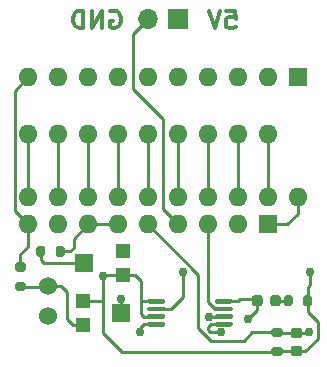
<source format=gbr>
%TF.GenerationSoftware,KiCad,Pcbnew,(5.1.9)-1*%
%TF.CreationDate,2021-06-15T19:55:56-04:00*%
%TF.ProjectId,uVU,7556552e-6b69-4636-9164-5f7063625858,rev?*%
%TF.SameCoordinates,Original*%
%TF.FileFunction,Copper,L2,Bot*%
%TF.FilePolarity,Positive*%
%FSLAX46Y46*%
G04 Gerber Fmt 4.6, Leading zero omitted, Abs format (unit mm)*
G04 Created by KiCad (PCBNEW (5.1.9)-1) date 2021-06-15 19:55:56*
%MOMM*%
%LPD*%
G01*
G04 APERTURE LIST*
%TA.AperFunction,NonConductor*%
%ADD10C,0.300000*%
%TD*%
%TA.AperFunction,ComponentPad*%
%ADD11O,1.600000X1.600000*%
%TD*%
%TA.AperFunction,ComponentPad*%
%ADD12R,1.600000X1.600000*%
%TD*%
%TA.AperFunction,SMDPad,CuDef*%
%ADD13R,1.500000X1.600000*%
%TD*%
%TA.AperFunction,SMDPad,CuDef*%
%ADD14R,1.200000X1.200000*%
%TD*%
%TA.AperFunction,ComponentPad*%
%ADD15C,1.524000*%
%TD*%
%TA.AperFunction,ComponentPad*%
%ADD16O,1.700000X1.700000*%
%TD*%
%TA.AperFunction,ComponentPad*%
%ADD17R,1.700000X1.700000*%
%TD*%
%TA.AperFunction,ViaPad*%
%ADD18C,0.762000*%
%TD*%
%TA.AperFunction,Conductor*%
%ADD19C,0.254000*%
%TD*%
%TA.AperFunction,Conductor*%
%ADD20C,0.250000*%
%TD*%
G04 APERTURE END LIST*
D10*
X95027714Y-71568571D02*
X95742000Y-71568571D01*
X95813428Y-72282857D01*
X95742000Y-72211428D01*
X95599142Y-72140000D01*
X95242000Y-72140000D01*
X95099142Y-72211428D01*
X95027714Y-72282857D01*
X94956285Y-72425714D01*
X94956285Y-72782857D01*
X95027714Y-72925714D01*
X95099142Y-72997142D01*
X95242000Y-73068571D01*
X95599142Y-73068571D01*
X95742000Y-72997142D01*
X95813428Y-72925714D01*
X94527714Y-71568571D02*
X94027714Y-73068571D01*
X93527714Y-71568571D01*
X85216857Y-71640000D02*
X85359714Y-71568571D01*
X85574000Y-71568571D01*
X85788285Y-71640000D01*
X85931142Y-71782857D01*
X86002571Y-71925714D01*
X86074000Y-72211428D01*
X86074000Y-72425714D01*
X86002571Y-72711428D01*
X85931142Y-72854285D01*
X85788285Y-72997142D01*
X85574000Y-73068571D01*
X85431142Y-73068571D01*
X85216857Y-72997142D01*
X85145428Y-72925714D01*
X85145428Y-72425714D01*
X85431142Y-72425714D01*
X84502571Y-73068571D02*
X84502571Y-71568571D01*
X83645428Y-73068571D01*
X83645428Y-71568571D01*
X82931142Y-73068571D02*
X82931142Y-71568571D01*
X82574000Y-71568571D01*
X82359714Y-71640000D01*
X82216857Y-71782857D01*
X82145428Y-71925714D01*
X82074000Y-72211428D01*
X82074000Y-72425714D01*
X82145428Y-72711428D01*
X82216857Y-72854285D01*
X82359714Y-72997142D01*
X82574000Y-73068571D01*
X82931142Y-73068571D01*
%TO.P,R3,2*%
%TO.N,GND*%
%TA.AperFunction,SMDPad,CuDef*%
G36*
G01*
X99039000Y-100056500D02*
X99589000Y-100056500D01*
G75*
G02*
X99789000Y-100256500I0J-200000D01*
G01*
X99789000Y-100656500D01*
G75*
G02*
X99589000Y-100856500I-200000J0D01*
G01*
X99039000Y-100856500D01*
G75*
G02*
X98839000Y-100656500I0J200000D01*
G01*
X98839000Y-100256500D01*
G75*
G02*
X99039000Y-100056500I200000J0D01*
G01*
G37*
%TD.AperFunction*%
%TO.P,R3,1*%
%TO.N,/Vsig*%
%TA.AperFunction,SMDPad,CuDef*%
G36*
G01*
X99039000Y-98406500D02*
X99589000Y-98406500D01*
G75*
G02*
X99789000Y-98606500I0J-200000D01*
G01*
X99789000Y-99006500D01*
G75*
G02*
X99589000Y-99206500I-200000J0D01*
G01*
X99039000Y-99206500D01*
G75*
G02*
X98839000Y-99006500I0J200000D01*
G01*
X98839000Y-98606500D01*
G75*
G02*
X99039000Y-98406500I200000J0D01*
G01*
G37*
%TD.AperFunction*%
%TD*%
%TO.P,C6,2*%
%TO.N,GND*%
%TA.AperFunction,SMDPad,CuDef*%
G36*
G01*
X100715000Y-99956500D02*
X101215000Y-99956500D01*
G75*
G02*
X101440000Y-100181500I0J-225000D01*
G01*
X101440000Y-100631500D01*
G75*
G02*
X101215000Y-100856500I-225000J0D01*
G01*
X100715000Y-100856500D01*
G75*
G02*
X100490000Y-100631500I0J225000D01*
G01*
X100490000Y-100181500D01*
G75*
G02*
X100715000Y-99956500I225000J0D01*
G01*
G37*
%TD.AperFunction*%
%TO.P,C6,1*%
%TO.N,/Vsig*%
%TA.AperFunction,SMDPad,CuDef*%
G36*
G01*
X100715000Y-98406500D02*
X101215000Y-98406500D01*
G75*
G02*
X101440000Y-98631500I0J-225000D01*
G01*
X101440000Y-99081500D01*
G75*
G02*
X101215000Y-99306500I-225000J0D01*
G01*
X100715000Y-99306500D01*
G75*
G02*
X100490000Y-99081500I0J225000D01*
G01*
X100490000Y-98631500D01*
G75*
G02*
X100715000Y-98406500I225000J0D01*
G01*
G37*
%TD.AperFunction*%
%TD*%
D11*
%TO.P,U2,18*%
%TO.N,Net-(D1-Pad19)*%
X98552000Y-82042000D03*
%TO.P,U2,9*%
%TO.N,+5V*%
X78232000Y-89662000D03*
%TO.P,U2,17*%
%TO.N,Net-(D1-Pad18)*%
X96012000Y-82042000D03*
%TO.P,U2,8*%
%TO.N,GND*%
X80772000Y-89662000D03*
%TO.P,U2,16*%
%TO.N,Net-(D1-Pad17)*%
X93472000Y-82042000D03*
%TO.P,U2,7*%
%TO.N,Net-(R4-Pad1)*%
X83312000Y-89662000D03*
%TO.P,U2,15*%
%TO.N,Net-(D1-Pad16)*%
X90932000Y-82042000D03*
%TO.P,U2,6*%
%TO.N,Net-(R4-Pad1)*%
X85852000Y-89662000D03*
%TO.P,U2,14*%
%TO.N,Net-(D1-Pad15)*%
X88392000Y-82042000D03*
%TO.P,U2,5*%
%TO.N,/Vsig*%
X88392000Y-89662000D03*
%TO.P,U2,13*%
%TO.N,Net-(D1-Pad14)*%
X85852000Y-82042000D03*
%TO.P,U2,4*%
%TO.N,GND*%
X90932000Y-89662000D03*
%TO.P,U2,12*%
%TO.N,Net-(D1-Pad13)*%
X83312000Y-82042000D03*
%TO.P,U2,3*%
%TO.N,+5V*%
X93472000Y-89662000D03*
%TO.P,U2,11*%
%TO.N,Net-(D1-Pad12)*%
X80772000Y-82042000D03*
%TO.P,U2,2*%
%TO.N,GND*%
X96012000Y-89662000D03*
%TO.P,U2,10*%
%TO.N,Net-(D1-Pad11)*%
X78232000Y-82042000D03*
D12*
%TO.P,U2,1*%
%TO.N,Net-(D1-Pad20)*%
X98552000Y-89662000D03*
%TD*%
%TO.P,U1,8*%
%TO.N,Net-(C3-Pad2)*%
%TA.AperFunction,SMDPad,CuDef*%
G36*
G01*
X94073000Y-98230000D02*
X94073000Y-98030000D01*
G75*
G02*
X94173000Y-97930000I100000J0D01*
G01*
X95448000Y-97930000D01*
G75*
G02*
X95548000Y-98030000I0J-100000D01*
G01*
X95548000Y-98230000D01*
G75*
G02*
X95448000Y-98330000I-100000J0D01*
G01*
X94173000Y-98330000D01*
G75*
G02*
X94073000Y-98230000I0J100000D01*
G01*
G37*
%TD.AperFunction*%
%TO.P,U1,7*%
%TO.N,Net-(C2-Pad1)*%
%TA.AperFunction,SMDPad,CuDef*%
G36*
G01*
X94073000Y-97580000D02*
X94073000Y-97380000D01*
G75*
G02*
X94173000Y-97280000I100000J0D01*
G01*
X95448000Y-97280000D01*
G75*
G02*
X95548000Y-97380000I0J-100000D01*
G01*
X95548000Y-97580000D01*
G75*
G02*
X95448000Y-97680000I-100000J0D01*
G01*
X94173000Y-97680000D01*
G75*
G02*
X94073000Y-97580000I0J100000D01*
G01*
G37*
%TD.AperFunction*%
%TO.P,U1,6*%
%TO.N,+5V*%
%TA.AperFunction,SMDPad,CuDef*%
G36*
G01*
X94073000Y-96930000D02*
X94073000Y-96730000D01*
G75*
G02*
X94173000Y-96630000I100000J0D01*
G01*
X95448000Y-96630000D01*
G75*
G02*
X95548000Y-96730000I0J-100000D01*
G01*
X95548000Y-96930000D01*
G75*
G02*
X95448000Y-97030000I-100000J0D01*
G01*
X94173000Y-97030000D01*
G75*
G02*
X94073000Y-96930000I0J100000D01*
G01*
G37*
%TD.AperFunction*%
%TO.P,U1,5*%
%TO.N,Net-(C4-Pad1)*%
%TA.AperFunction,SMDPad,CuDef*%
G36*
G01*
X94073000Y-96280000D02*
X94073000Y-96080000D01*
G75*
G02*
X94173000Y-95980000I100000J0D01*
G01*
X95448000Y-95980000D01*
G75*
G02*
X95548000Y-96080000I0J-100000D01*
G01*
X95548000Y-96280000D01*
G75*
G02*
X95448000Y-96380000I-100000J0D01*
G01*
X94173000Y-96380000D01*
G75*
G02*
X94073000Y-96280000I0J100000D01*
G01*
G37*
%TD.AperFunction*%
%TO.P,U1,4*%
%TO.N,GND*%
%TA.AperFunction,SMDPad,CuDef*%
G36*
G01*
X88348000Y-96280000D02*
X88348000Y-96080000D01*
G75*
G02*
X88448000Y-95980000I100000J0D01*
G01*
X89723000Y-95980000D01*
G75*
G02*
X89823000Y-96080000I0J-100000D01*
G01*
X89823000Y-96280000D01*
G75*
G02*
X89723000Y-96380000I-100000J0D01*
G01*
X88448000Y-96380000D01*
G75*
G02*
X88348000Y-96280000I0J100000D01*
G01*
G37*
%TD.AperFunction*%
%TO.P,U1,3*%
%TO.N,Net-(C1-Pad2)*%
%TA.AperFunction,SMDPad,CuDef*%
G36*
G01*
X88348000Y-96930000D02*
X88348000Y-96730000D01*
G75*
G02*
X88448000Y-96630000I100000J0D01*
G01*
X89723000Y-96630000D01*
G75*
G02*
X89823000Y-96730000I0J-100000D01*
G01*
X89823000Y-96930000D01*
G75*
G02*
X89723000Y-97030000I-100000J0D01*
G01*
X88448000Y-97030000D01*
G75*
G02*
X88348000Y-96930000I0J100000D01*
G01*
G37*
%TD.AperFunction*%
%TO.P,U1,2*%
%TO.N,GND*%
%TA.AperFunction,SMDPad,CuDef*%
G36*
G01*
X88348000Y-97580000D02*
X88348000Y-97380000D01*
G75*
G02*
X88448000Y-97280000I100000J0D01*
G01*
X89723000Y-97280000D01*
G75*
G02*
X89823000Y-97380000I0J-100000D01*
G01*
X89823000Y-97580000D01*
G75*
G02*
X89723000Y-97680000I-100000J0D01*
G01*
X88448000Y-97680000D01*
G75*
G02*
X88348000Y-97580000I0J100000D01*
G01*
G37*
%TD.AperFunction*%
%TO.P,U1,1*%
%TO.N,Net-(C3-Pad1)*%
%TA.AperFunction,SMDPad,CuDef*%
G36*
G01*
X88348000Y-98230000D02*
X88348000Y-98030000D01*
G75*
G02*
X88448000Y-97930000I100000J0D01*
G01*
X89723000Y-97930000D01*
G75*
G02*
X89823000Y-98030000I0J-100000D01*
G01*
X89823000Y-98230000D01*
G75*
G02*
X89723000Y-98330000I-100000J0D01*
G01*
X88448000Y-98330000D01*
G75*
G02*
X88348000Y-98230000I0J100000D01*
G01*
G37*
%TD.AperFunction*%
%TD*%
D13*
%TO.P,RV2,2*%
%TO.N,Net-(R4-Pad2)*%
X83005000Y-92964000D03*
D14*
%TO.P,RV2,3*%
%TO.N,GND*%
X86255000Y-93964000D03*
%TO.P,RV2,1*%
%TO.N,Net-(RV2-Pad1)*%
X86255000Y-91964000D03*
%TD*%
D13*
%TO.P,RV1,2*%
%TO.N,Net-(C1-Pad1)*%
X86106000Y-97155000D03*
D14*
%TO.P,RV1,3*%
%TO.N,GND*%
X82856000Y-96155000D03*
%TO.P,RV1,1*%
%TO.N,Net-(MK1-Pad2)*%
X82856000Y-98155000D03*
%TD*%
%TO.P,R4,2*%
%TO.N,Net-(R4-Pad2)*%
%TA.AperFunction,SMDPad,CuDef*%
G36*
G01*
X79712000Y-91673000D02*
X79712000Y-92223000D01*
G75*
G02*
X79512000Y-92423000I-200000J0D01*
G01*
X79112000Y-92423000D01*
G75*
G02*
X78912000Y-92223000I0J200000D01*
G01*
X78912000Y-91673000D01*
G75*
G02*
X79112000Y-91473000I200000J0D01*
G01*
X79512000Y-91473000D01*
G75*
G02*
X79712000Y-91673000I0J-200000D01*
G01*
G37*
%TD.AperFunction*%
%TO.P,R4,1*%
%TO.N,Net-(R4-Pad1)*%
%TA.AperFunction,SMDPad,CuDef*%
G36*
G01*
X81362000Y-91673000D02*
X81362000Y-92223000D01*
G75*
G02*
X81162000Y-92423000I-200000J0D01*
G01*
X80762000Y-92423000D01*
G75*
G02*
X80562000Y-92223000I0J200000D01*
G01*
X80562000Y-91673000D01*
G75*
G02*
X80762000Y-91473000I200000J0D01*
G01*
X81162000Y-91473000D01*
G75*
G02*
X81362000Y-91673000I0J-200000D01*
G01*
G37*
%TD.AperFunction*%
%TD*%
%TO.P,R2,2*%
%TO.N,GND*%
%TA.AperFunction,SMDPad,CuDef*%
G36*
G01*
X101517000Y-96414000D02*
X101517000Y-95864000D01*
G75*
G02*
X101717000Y-95664000I200000J0D01*
G01*
X102117000Y-95664000D01*
G75*
G02*
X102317000Y-95864000I0J-200000D01*
G01*
X102317000Y-96414000D01*
G75*
G02*
X102117000Y-96614000I-200000J0D01*
G01*
X101717000Y-96614000D01*
G75*
G02*
X101517000Y-96414000I0J200000D01*
G01*
G37*
%TD.AperFunction*%
%TO.P,R2,1*%
%TO.N,Net-(C4-Pad2)*%
%TA.AperFunction,SMDPad,CuDef*%
G36*
G01*
X99867000Y-96414000D02*
X99867000Y-95864000D01*
G75*
G02*
X100067000Y-95664000I200000J0D01*
G01*
X100467000Y-95664000D01*
G75*
G02*
X100667000Y-95864000I0J-200000D01*
G01*
X100667000Y-96414000D01*
G75*
G02*
X100467000Y-96614000I-200000J0D01*
G01*
X100067000Y-96614000D01*
G75*
G02*
X99867000Y-96414000I0J200000D01*
G01*
G37*
%TD.AperFunction*%
%TD*%
%TO.P,R1,2*%
%TO.N,Net-(MK1-Pad2)*%
%TA.AperFunction,SMDPad,CuDef*%
G36*
G01*
X77322000Y-94532000D02*
X77872000Y-94532000D01*
G75*
G02*
X78072000Y-94732000I0J-200000D01*
G01*
X78072000Y-95132000D01*
G75*
G02*
X77872000Y-95332000I-200000J0D01*
G01*
X77322000Y-95332000D01*
G75*
G02*
X77122000Y-95132000I0J200000D01*
G01*
X77122000Y-94732000D01*
G75*
G02*
X77322000Y-94532000I200000J0D01*
G01*
G37*
%TD.AperFunction*%
%TO.P,R1,1*%
%TO.N,+5V*%
%TA.AperFunction,SMDPad,CuDef*%
G36*
G01*
X77322000Y-92882000D02*
X77872000Y-92882000D01*
G75*
G02*
X78072000Y-93082000I0J-200000D01*
G01*
X78072000Y-93482000D01*
G75*
G02*
X77872000Y-93682000I-200000J0D01*
G01*
X77322000Y-93682000D01*
G75*
G02*
X77122000Y-93482000I0J200000D01*
G01*
X77122000Y-93082000D01*
G75*
G02*
X77322000Y-92882000I200000J0D01*
G01*
G37*
%TD.AperFunction*%
%TD*%
D15*
%TO.P,MIC,2*%
%TO.N,Net-(MK1-Pad2)*%
X79915000Y-94889000D03*
%TO.P,MIC,1*%
%TO.N,GND*%
X79915000Y-97389000D03*
%TD*%
D16*
%TO.P,J1,2*%
%TO.N,GND*%
X88392000Y-72263000D03*
D17*
%TO.P,J1,1*%
%TO.N,+5V*%
X90932000Y-72263000D03*
%TD*%
D11*
%TO.P,D1,10*%
%TO.N,+5V*%
X78232000Y-77216000D03*
%TO.P,D1,11*%
%TO.N,Net-(D1-Pad11)*%
X78232000Y-87376000D03*
%TO.P,D1,9*%
%TO.N,+5V*%
X80772000Y-77216000D03*
%TO.P,D1,12*%
%TO.N,Net-(D1-Pad12)*%
X80772000Y-87376000D03*
%TO.P,D1,20*%
%TO.N,Net-(D1-Pad20)*%
X101092000Y-87376000D03*
%TO.P,D1,8*%
%TO.N,+5V*%
X83312000Y-77216000D03*
%TO.P,D1,19*%
%TO.N,Net-(D1-Pad19)*%
X98552000Y-87376000D03*
%TO.P,D1,7*%
%TO.N,+5V*%
X85852000Y-77216000D03*
%TO.P,D1,18*%
%TO.N,Net-(D1-Pad18)*%
X96012000Y-87376000D03*
%TO.P,D1,6*%
%TO.N,+5V*%
X88392000Y-77216000D03*
%TO.P,D1,17*%
%TO.N,Net-(D1-Pad17)*%
X93472000Y-87376000D03*
%TO.P,D1,5*%
%TO.N,+5V*%
X90932000Y-77216000D03*
%TO.P,D1,16*%
%TO.N,Net-(D1-Pad16)*%
X90932000Y-87376000D03*
%TO.P,D1,4*%
%TO.N,+5V*%
X93472000Y-77216000D03*
%TO.P,D1,15*%
%TO.N,Net-(D1-Pad15)*%
X88392000Y-87376000D03*
%TO.P,D1,3*%
%TO.N,+5V*%
X96012000Y-77216000D03*
%TO.P,D1,14*%
%TO.N,Net-(D1-Pad14)*%
X85852000Y-87376000D03*
%TO.P,D1,2*%
%TO.N,+5V*%
X98552000Y-77216000D03*
%TO.P,D1,13*%
%TO.N,Net-(D1-Pad13)*%
X83312000Y-87376000D03*
D12*
%TO.P,D1,1*%
%TO.N,+5V*%
X101092000Y-77216000D03*
%TD*%
%TO.P,C4,2*%
%TO.N,Net-(C4-Pad2)*%
%TA.AperFunction,SMDPad,CuDef*%
G36*
G01*
X98737000Y-96389000D02*
X98737000Y-95889000D01*
G75*
G02*
X98962000Y-95664000I225000J0D01*
G01*
X99412000Y-95664000D01*
G75*
G02*
X99637000Y-95889000I0J-225000D01*
G01*
X99637000Y-96389000D01*
G75*
G02*
X99412000Y-96614000I-225000J0D01*
G01*
X98962000Y-96614000D01*
G75*
G02*
X98737000Y-96389000I0J225000D01*
G01*
G37*
%TD.AperFunction*%
%TO.P,C4,1*%
%TO.N,Net-(C4-Pad1)*%
%TA.AperFunction,SMDPad,CuDef*%
G36*
G01*
X97187000Y-96389000D02*
X97187000Y-95889000D01*
G75*
G02*
X97412000Y-95664000I225000J0D01*
G01*
X97862000Y-95664000D01*
G75*
G02*
X98087000Y-95889000I0J-225000D01*
G01*
X98087000Y-96389000D01*
G75*
G02*
X97862000Y-96614000I-225000J0D01*
G01*
X97412000Y-96614000D01*
G75*
G02*
X97187000Y-96389000I0J225000D01*
G01*
G37*
%TD.AperFunction*%
%TD*%
D18*
%TO.N,Net-(C1-Pad2)*%
X91376500Y-93726000D03*
%TO.N,Net-(C1-Pad1)*%
X86106000Y-96012000D03*
%TO.N,GND*%
X102108000Y-93726000D03*
X84613750Y-94011750D03*
%TO.N,Net-(C2-Pad1)*%
X93535500Y-97472500D03*
%TO.N,Net-(C3-Pad2)*%
X94615000Y-98806000D03*
%TO.N,Net-(C3-Pad1)*%
X87757000Y-98806000D03*
%TO.N,Net-(C4-Pad1)*%
X96879000Y-97685000D03*
%TO.N,/Vsig*%
X102044500Y-98806000D03*
%TD*%
D19*
%TO.N,Net-(C1-Pad2)*%
X89085500Y-96830000D02*
X90368000Y-96830000D01*
X91376500Y-95821500D02*
X91376500Y-93726000D01*
X90368000Y-96830000D02*
X91376500Y-95821500D01*
%TO.N,Net-(C1-Pad1)*%
X86106000Y-97155000D02*
X86106000Y-96139000D01*
X86106000Y-97155000D02*
X86106000Y-96012000D01*
%TO.N,GND*%
X89085500Y-96180000D02*
X88033500Y-96180000D01*
X88018500Y-97480000D02*
X89085500Y-97480000D01*
X87820500Y-97282000D02*
X88018500Y-97480000D01*
X102108000Y-94488000D02*
X102108000Y-93726000D01*
X102108000Y-94805500D02*
X102108000Y-94488000D01*
X101917000Y-94996500D02*
X102108000Y-94805500D01*
X101917000Y-96139000D02*
X101917000Y-94996500D01*
X100965000Y-100406500D02*
X99872500Y-100406500D01*
X102752501Y-99367999D02*
X102752501Y-97926501D01*
X101714000Y-100406500D02*
X102752501Y-99367999D01*
X100965000Y-100406500D02*
X101714000Y-100406500D01*
X101917000Y-97091000D02*
X101917000Y-96139000D01*
X102752501Y-97926501D02*
X101917000Y-97091000D01*
X86255000Y-93964000D02*
X84915500Y-93964000D01*
X87820500Y-96393000D02*
X87820500Y-96710500D01*
X87820500Y-96710500D02*
X87820500Y-97282000D01*
X87296500Y-93964000D02*
X86255000Y-93964000D01*
X87820500Y-94488000D02*
X87296500Y-93964000D01*
X87843000Y-96180000D02*
X87820500Y-96202500D01*
X89085500Y-96180000D02*
X87843000Y-96180000D01*
X87820500Y-96202500D02*
X87820500Y-94488000D01*
X87820500Y-96710500D02*
X87820500Y-96202500D01*
X84661500Y-93964000D02*
X84613750Y-94011750D01*
X86255000Y-93964000D02*
X84661500Y-93964000D01*
X84613750Y-95535750D02*
X84613750Y-94011750D01*
X84613750Y-95027750D02*
X84613750Y-95535750D01*
X84613750Y-95535750D02*
X84613750Y-95789750D01*
X99364000Y-100406500D02*
X99314000Y-100456500D01*
X100965000Y-100406500D02*
X99364000Y-100406500D01*
X99314000Y-100456500D02*
X86232500Y-100456500D01*
X86232500Y-100456500D02*
X84613750Y-98837750D01*
X83804000Y-96155000D02*
X84502500Y-96155000D01*
X84613750Y-96043750D02*
X84613750Y-95535750D01*
X84613750Y-98837750D02*
X84613750Y-96043750D01*
X82856000Y-96155000D02*
X83804000Y-96155000D01*
X84502500Y-96155000D02*
X84613750Y-96043750D01*
X83804000Y-96155000D02*
X84248500Y-96155000D01*
X89804999Y-88534999D02*
X90932000Y-89662000D01*
X90932000Y-89662000D02*
X89662000Y-88392000D01*
X88392000Y-72263000D02*
X87122000Y-73533000D01*
X87122000Y-78232000D02*
X89662000Y-80772000D01*
X87122000Y-73533000D02*
X87122000Y-78232000D01*
X89662000Y-88392000D02*
X89662000Y-80772000D01*
%TO.N,Net-(C2-Pad1)*%
X93797000Y-97480000D02*
X94810500Y-97480000D01*
X93599000Y-97282000D02*
X93797000Y-97480000D01*
%TO.N,Net-(C3-Pad2)*%
X93685000Y-98130000D02*
X94810500Y-98130000D01*
X93472000Y-98343000D02*
X93685000Y-98130000D01*
X93472000Y-98615500D02*
X93472000Y-98343000D01*
X93662500Y-98806000D02*
X93472000Y-98615500D01*
X94615000Y-98806000D02*
X93662500Y-98806000D01*
%TO.N,Net-(C3-Pad1)*%
X89085500Y-98130000D02*
X88052000Y-98130000D01*
X87757000Y-98425000D02*
X87757000Y-98806000D01*
X88052000Y-98130000D02*
X87757000Y-98425000D01*
%TO.N,Net-(C4-Pad2)*%
X99187000Y-96139000D02*
X100267000Y-96139000D01*
%TO.N,Net-(C4-Pad1)*%
X94851500Y-96139000D02*
X94810500Y-96180000D01*
X97637000Y-96139000D02*
X97637000Y-96936501D01*
X96171000Y-95980000D02*
X96029001Y-96121999D01*
X97478000Y-95980000D02*
X96171000Y-95980000D01*
X97637000Y-96139000D02*
X97478000Y-95980000D01*
X97627499Y-96936501D02*
X96879000Y-97685000D01*
X97637000Y-96936501D02*
X97627499Y-96936501D01*
D20*
X95971000Y-96180000D02*
X96029001Y-96121999D01*
X94810500Y-96180000D02*
X95971000Y-96180000D01*
D19*
%TO.N,/Vsig*%
X100951500Y-98870000D02*
X100965000Y-98856500D01*
X102057500Y-98856500D02*
X102108000Y-98806000D01*
X100965000Y-98856500D02*
X102057500Y-98856500D01*
X93728435Y-99514001D02*
X92646500Y-98432066D01*
X92646500Y-93916500D02*
X88392000Y-89662000D01*
X100915000Y-98806500D02*
X100965000Y-98856500D01*
X99364000Y-98856500D02*
X99314000Y-98806500D01*
X100965000Y-98856500D02*
X99364000Y-98856500D01*
X92646500Y-98432067D02*
X92646500Y-94869000D01*
X93728434Y-99514001D02*
X92646500Y-98432067D01*
X92646500Y-94869000D02*
X92646500Y-93916500D01*
X92646500Y-98432066D02*
X92646500Y-94869000D01*
X97218000Y-98806500D02*
X96510499Y-99514001D01*
X99314000Y-98806500D02*
X97218000Y-98806500D01*
X96510499Y-99514001D02*
X93728434Y-99514001D01*
%TO.N,+5V*%
X78232000Y-90932000D02*
X78232000Y-89662000D01*
X78232000Y-91567000D02*
X78232000Y-90932000D01*
X77597000Y-92202000D02*
X78232000Y-91567000D01*
X77597000Y-93282000D02*
X77597000Y-92202000D01*
X77104999Y-88534999D02*
X78232000Y-89662000D01*
X77104999Y-78343001D02*
X77104999Y-88534999D01*
X78232000Y-77216000D02*
X77104999Y-78343001D01*
X93472000Y-96229000D02*
X93472000Y-89662000D01*
X94073000Y-96830000D02*
X93472000Y-96229000D01*
X94810500Y-96830000D02*
X94073000Y-96830000D01*
%TO.N,Net-(D1-Pad11)*%
X78232000Y-87376000D02*
X78232000Y-82042000D01*
%TO.N,Net-(D1-Pad12)*%
X80772000Y-82042000D02*
X80772000Y-87376000D01*
%TO.N,Net-(D1-Pad20)*%
X101092000Y-87376000D02*
X101092000Y-88773000D01*
X100203000Y-89662000D02*
X98552000Y-89662000D01*
X101092000Y-88773000D02*
X100203000Y-89662000D01*
%TO.N,Net-(D1-Pad19)*%
X98552000Y-87376000D02*
X98552000Y-82042000D01*
%TO.N,Net-(D1-Pad18)*%
X96012000Y-82042000D02*
X96012000Y-87376000D01*
%TO.N,Net-(D1-Pad17)*%
X93472000Y-87376000D02*
X93472000Y-82042000D01*
%TO.N,Net-(D1-Pad16)*%
X90932000Y-87376000D02*
X90932000Y-82042000D01*
%TO.N,Net-(D1-Pad15)*%
X88392000Y-87376000D02*
X88392000Y-82042000D01*
%TO.N,Net-(D1-Pad14)*%
X85852000Y-87376000D02*
X85852000Y-82042000D01*
%TO.N,Net-(D1-Pad13)*%
X83312000Y-87376000D02*
X83312000Y-82042000D01*
%TO.N,Net-(MK1-Pad2)*%
X79872000Y-94932000D02*
X79915000Y-94889000D01*
X77597000Y-94932000D02*
X79872000Y-94932000D01*
X82856000Y-98155000D02*
X82026000Y-98155000D01*
X82026000Y-98155000D02*
X81534000Y-97663000D01*
X81534000Y-97663000D02*
X81534000Y-95377000D01*
X81534000Y-95377000D02*
X81026000Y-94869000D01*
X79935000Y-94869000D02*
X79915000Y-94889000D01*
X81026000Y-94869000D02*
X79935000Y-94869000D01*
%TO.N,Net-(R4-Pad2)*%
X83005000Y-92964000D02*
X79883000Y-92964000D01*
X79312000Y-91948000D02*
X79312000Y-92647000D01*
X79629000Y-92964000D02*
X79883000Y-92964000D01*
X79312000Y-92647000D02*
X79629000Y-92964000D01*
%TO.N,Net-(R4-Pad1)*%
X80962000Y-91948000D02*
X81788000Y-91948000D01*
X82105500Y-90868500D02*
X82105500Y-91630500D01*
X83312000Y-89662000D02*
X82105500Y-90868500D01*
X81788000Y-91948000D02*
X82105500Y-91630500D01*
X83312000Y-89662000D02*
X85852000Y-89662000D01*
%TD*%
M02*

</source>
